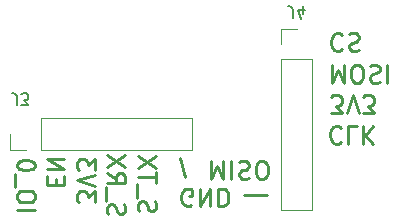
<source format=gbo>
G04 #@! TF.GenerationSoftware,KiCad,Pcbnew,5.1.5+dfsg1-2build2*
G04 #@! TF.CreationDate,2021-12-02T15:55:02+01:00*
G04 #@! TF.ProjectId,Daugter_board,44617567-7465-4725-9f62-6f6172642e6b,rev?*
G04 #@! TF.SameCoordinates,Original*
G04 #@! TF.FileFunction,Legend,Bot*
G04 #@! TF.FilePolarity,Positive*
%FSLAX46Y46*%
G04 Gerber Fmt 4.6, Leading zero omitted, Abs format (unit mm)*
G04 Created by KiCad (PCBNEW 5.1.5+dfsg1-2build2) date 2021-12-02 15:55:02*
%MOMM*%
%LPD*%
G04 APERTURE LIST*
%ADD10C,0.250000*%
%ADD11C,0.120000*%
%ADD12C,0.150000*%
%ADD13C,0.100726*%
%ADD14O,1.802000X1.802000*%
%ADD15R,1.802000X1.802000*%
%ADD16O,1.102000X1.702000*%
%ADD17C,0.752000*%
%ADD18O,1.102000X2.202000*%
G04 APERTURE END LIST*
D10*
X158150000Y-103134285D02*
X158078571Y-103062857D01*
X157864285Y-102991428D01*
X157721428Y-102991428D01*
X157507142Y-103062857D01*
X157364285Y-103205714D01*
X157292857Y-103348571D01*
X157221428Y-103634285D01*
X157221428Y-103848571D01*
X157292857Y-104134285D01*
X157364285Y-104277142D01*
X157507142Y-104420000D01*
X157721428Y-104491428D01*
X157864285Y-104491428D01*
X158078571Y-104420000D01*
X158150000Y-104348571D01*
X158721428Y-103062857D02*
X158935714Y-102991428D01*
X159292857Y-102991428D01*
X159435714Y-103062857D01*
X159507142Y-103134285D01*
X159578571Y-103277142D01*
X159578571Y-103420000D01*
X159507142Y-103562857D01*
X159435714Y-103634285D01*
X159292857Y-103705714D01*
X159007142Y-103777142D01*
X158864285Y-103848571D01*
X158792857Y-103920000D01*
X158721428Y-104062857D01*
X158721428Y-104205714D01*
X158792857Y-104348571D01*
X158864285Y-104420000D01*
X159007142Y-104491428D01*
X159364285Y-104491428D01*
X159578571Y-104420000D01*
X157272857Y-105651428D02*
X157272857Y-107151428D01*
X157772857Y-106080000D01*
X158272857Y-107151428D01*
X158272857Y-105651428D01*
X159272857Y-107151428D02*
X159558571Y-107151428D01*
X159701428Y-107080000D01*
X159844285Y-106937142D01*
X159915714Y-106651428D01*
X159915714Y-106151428D01*
X159844285Y-105865714D01*
X159701428Y-105722857D01*
X159558571Y-105651428D01*
X159272857Y-105651428D01*
X159130000Y-105722857D01*
X158987142Y-105865714D01*
X158915714Y-106151428D01*
X158915714Y-106651428D01*
X158987142Y-106937142D01*
X159130000Y-107080000D01*
X159272857Y-107151428D01*
X160487142Y-105722857D02*
X160701428Y-105651428D01*
X161058571Y-105651428D01*
X161201428Y-105722857D01*
X161272857Y-105794285D01*
X161344285Y-105937142D01*
X161344285Y-106080000D01*
X161272857Y-106222857D01*
X161201428Y-106294285D01*
X161058571Y-106365714D01*
X160772857Y-106437142D01*
X160630000Y-106508571D01*
X160558571Y-106580000D01*
X160487142Y-106722857D01*
X160487142Y-106865714D01*
X160558571Y-107008571D01*
X160630000Y-107080000D01*
X160772857Y-107151428D01*
X161130000Y-107151428D01*
X161344285Y-107080000D01*
X161987142Y-105651428D02*
X161987142Y-107151428D01*
X157192857Y-109701428D02*
X158121428Y-109701428D01*
X157621428Y-109130000D01*
X157835714Y-109130000D01*
X157978571Y-109058571D01*
X158050000Y-108987142D01*
X158121428Y-108844285D01*
X158121428Y-108487142D01*
X158050000Y-108344285D01*
X157978571Y-108272857D01*
X157835714Y-108201428D01*
X157407142Y-108201428D01*
X157264285Y-108272857D01*
X157192857Y-108344285D01*
X158550000Y-109701428D02*
X159050000Y-108201428D01*
X159550000Y-109701428D01*
X159907142Y-109701428D02*
X160835714Y-109701428D01*
X160335714Y-109130000D01*
X160550000Y-109130000D01*
X160692857Y-109058571D01*
X160764285Y-108987142D01*
X160835714Y-108844285D01*
X160835714Y-108487142D01*
X160764285Y-108344285D01*
X160692857Y-108272857D01*
X160550000Y-108201428D01*
X160121428Y-108201428D01*
X159978571Y-108272857D01*
X159907142Y-108344285D01*
X158047142Y-110964285D02*
X157975714Y-110892857D01*
X157761428Y-110821428D01*
X157618571Y-110821428D01*
X157404285Y-110892857D01*
X157261428Y-111035714D01*
X157190000Y-111178571D01*
X157118571Y-111464285D01*
X157118571Y-111678571D01*
X157190000Y-111964285D01*
X157261428Y-112107142D01*
X157404285Y-112250000D01*
X157618571Y-112321428D01*
X157761428Y-112321428D01*
X157975714Y-112250000D01*
X158047142Y-112178571D01*
X159404285Y-110821428D02*
X158690000Y-110821428D01*
X158690000Y-112321428D01*
X159904285Y-110821428D02*
X159904285Y-112321428D01*
X160761428Y-110821428D02*
X160118571Y-111678571D01*
X160761428Y-112321428D02*
X159904285Y-111464285D01*
X147052857Y-113801428D02*
X147052857Y-115301428D01*
X147552857Y-114230000D01*
X148052857Y-115301428D01*
X148052857Y-113801428D01*
X148767142Y-113801428D02*
X148767142Y-115301428D01*
X149410000Y-113872857D02*
X149624285Y-113801428D01*
X149981428Y-113801428D01*
X150124285Y-113872857D01*
X150195714Y-113944285D01*
X150267142Y-114087142D01*
X150267142Y-114230000D01*
X150195714Y-114372857D01*
X150124285Y-114444285D01*
X149981428Y-114515714D01*
X149695714Y-114587142D01*
X149552857Y-114658571D01*
X149481428Y-114730000D01*
X149410000Y-114872857D01*
X149410000Y-115015714D01*
X149481428Y-115158571D01*
X149552857Y-115230000D01*
X149695714Y-115301428D01*
X150052857Y-115301428D01*
X150267142Y-115230000D01*
X151195714Y-115301428D02*
X151481428Y-115301428D01*
X151624285Y-115230000D01*
X151767142Y-115087142D01*
X151838571Y-114801428D01*
X151838571Y-114301428D01*
X151767142Y-114015714D01*
X151624285Y-113872857D01*
X151481428Y-113801428D01*
X151195714Y-113801428D01*
X151052857Y-113872857D01*
X150910000Y-114015714D01*
X150838571Y-114301428D01*
X150838571Y-114801428D01*
X150910000Y-115087142D01*
X151052857Y-115230000D01*
X151195714Y-115301428D01*
X149830000Y-116710000D02*
X151770000Y-116710000D01*
X145387142Y-117560000D02*
X145244285Y-117631428D01*
X145030000Y-117631428D01*
X144815714Y-117560000D01*
X144672857Y-117417142D01*
X144601428Y-117274285D01*
X144530000Y-116988571D01*
X144530000Y-116774285D01*
X144601428Y-116488571D01*
X144672857Y-116345714D01*
X144815714Y-116202857D01*
X145030000Y-116131428D01*
X145172857Y-116131428D01*
X145387142Y-116202857D01*
X145458571Y-116274285D01*
X145458571Y-116774285D01*
X145172857Y-116774285D01*
X146101428Y-116131428D02*
X146101428Y-117631428D01*
X146958571Y-116131428D01*
X146958571Y-117631428D01*
X147672857Y-116131428D02*
X147672857Y-117631428D01*
X148030000Y-117631428D01*
X148244285Y-117560000D01*
X148387142Y-117417142D01*
X148458571Y-117274285D01*
X148530000Y-116988571D01*
X148530000Y-116774285D01*
X148458571Y-116488571D01*
X148387142Y-116345714D01*
X148244285Y-116202857D01*
X148030000Y-116131428D01*
X147672857Y-116131428D01*
X144820000Y-115110000D02*
X144400000Y-113520000D01*
X140972857Y-118045714D02*
X140901428Y-117831428D01*
X140901428Y-117474285D01*
X140972857Y-117331428D01*
X141044285Y-117260000D01*
X141187142Y-117188571D01*
X141330000Y-117188571D01*
X141472857Y-117260000D01*
X141544285Y-117331428D01*
X141615714Y-117474285D01*
X141687142Y-117760000D01*
X141758571Y-117902857D01*
X141830000Y-117974285D01*
X141972857Y-118045714D01*
X142115714Y-118045714D01*
X142258571Y-117974285D01*
X142330000Y-117902857D01*
X142401428Y-117760000D01*
X142401428Y-117402857D01*
X142330000Y-117188571D01*
X140758571Y-116902857D02*
X140758571Y-115760000D01*
X142401428Y-115617142D02*
X142401428Y-114760000D01*
X140901428Y-115188571D02*
X142401428Y-115188571D01*
X142401428Y-114402857D02*
X140901428Y-113402857D01*
X142401428Y-113402857D02*
X140901428Y-114402857D01*
X138352857Y-118304285D02*
X138281428Y-118090000D01*
X138281428Y-117732857D01*
X138352857Y-117590000D01*
X138424285Y-117518571D01*
X138567142Y-117447142D01*
X138710000Y-117447142D01*
X138852857Y-117518571D01*
X138924285Y-117590000D01*
X138995714Y-117732857D01*
X139067142Y-118018571D01*
X139138571Y-118161428D01*
X139210000Y-118232857D01*
X139352857Y-118304285D01*
X139495714Y-118304285D01*
X139638571Y-118232857D01*
X139710000Y-118161428D01*
X139781428Y-118018571D01*
X139781428Y-117661428D01*
X139710000Y-117447142D01*
X138138571Y-117161428D02*
X138138571Y-116018571D01*
X138281428Y-114804285D02*
X138995714Y-115304285D01*
X138281428Y-115661428D02*
X139781428Y-115661428D01*
X139781428Y-115090000D01*
X139710000Y-114947142D01*
X139638571Y-114875714D01*
X139495714Y-114804285D01*
X139281428Y-114804285D01*
X139138571Y-114875714D01*
X139067142Y-114947142D01*
X138995714Y-115090000D01*
X138995714Y-115661428D01*
X139781428Y-114304285D02*
X138281428Y-113304285D01*
X139781428Y-113304285D02*
X138281428Y-114304285D01*
X137191428Y-117297142D02*
X137191428Y-116368571D01*
X136620000Y-116868571D01*
X136620000Y-116654285D01*
X136548571Y-116511428D01*
X136477142Y-116440000D01*
X136334285Y-116368571D01*
X135977142Y-116368571D01*
X135834285Y-116440000D01*
X135762857Y-116511428D01*
X135691428Y-116654285D01*
X135691428Y-117082857D01*
X135762857Y-117225714D01*
X135834285Y-117297142D01*
X137191428Y-115940000D02*
X135691428Y-115440000D01*
X137191428Y-114940000D01*
X137191428Y-114582857D02*
X137191428Y-113654285D01*
X136620000Y-114154285D01*
X136620000Y-113940000D01*
X136548571Y-113797142D01*
X136477142Y-113725714D01*
X136334285Y-113654285D01*
X135977142Y-113654285D01*
X135834285Y-113725714D01*
X135762857Y-113797142D01*
X135691428Y-113940000D01*
X135691428Y-114368571D01*
X135762857Y-114511428D01*
X135834285Y-114582857D01*
X133927142Y-115817142D02*
X133927142Y-115317142D01*
X133141428Y-115102857D02*
X133141428Y-115817142D01*
X134641428Y-115817142D01*
X134641428Y-115102857D01*
X133141428Y-114460000D02*
X134641428Y-114460000D01*
X133141428Y-113602857D01*
X134641428Y-113602857D01*
X130631428Y-117941428D02*
X132131428Y-117941428D01*
X132131428Y-116941428D02*
X132131428Y-116655714D01*
X132060000Y-116512857D01*
X131917142Y-116370000D01*
X131631428Y-116298571D01*
X131131428Y-116298571D01*
X130845714Y-116370000D01*
X130702857Y-116512857D01*
X130631428Y-116655714D01*
X130631428Y-116941428D01*
X130702857Y-117084285D01*
X130845714Y-117227142D01*
X131131428Y-117298571D01*
X131631428Y-117298571D01*
X131917142Y-117227142D01*
X132060000Y-117084285D01*
X132131428Y-116941428D01*
X130488571Y-116012857D02*
X130488571Y-114870000D01*
X132131428Y-114227142D02*
X132131428Y-114084285D01*
X132060000Y-113941428D01*
X131988571Y-113870000D01*
X131845714Y-113798571D01*
X131560000Y-113727142D01*
X131202857Y-113727142D01*
X130917142Y-113798571D01*
X130774285Y-113870000D01*
X130702857Y-113941428D01*
X130631428Y-114084285D01*
X130631428Y-114227142D01*
X130702857Y-114370000D01*
X130774285Y-114441428D01*
X130917142Y-114512857D01*
X131202857Y-114584285D01*
X131560000Y-114584285D01*
X131845714Y-114512857D01*
X131988571Y-114441428D01*
X132060000Y-114370000D01*
X132131428Y-114227142D01*
D11*
X154310000Y-102580000D02*
X152980000Y-102580000D01*
X152980000Y-102580000D02*
X152980000Y-103910000D01*
X152980000Y-105180000D02*
X152980000Y-117940000D01*
X155640000Y-117940000D02*
X152980000Y-117940000D01*
X155640000Y-105180000D02*
X155640000Y-117940000D01*
X155640000Y-105180000D02*
X152980000Y-105180000D01*
X130050000Y-111500000D02*
X130050000Y-112830000D01*
X130050000Y-112830000D02*
X131380000Y-112830000D01*
X132650000Y-112830000D02*
X145410000Y-112830000D01*
X145410000Y-110170000D02*
X145410000Y-112830000D01*
X132650000Y-110170000D02*
X145410000Y-110170000D01*
X132650000Y-110170000D02*
X132650000Y-112830000D01*
D12*
X153976666Y-101687619D02*
X153976666Y-100973333D01*
X153929047Y-100830476D01*
X153833809Y-100735238D01*
X153690952Y-100687619D01*
X153595714Y-100687619D01*
X154881428Y-101354285D02*
X154881428Y-100687619D01*
X154643333Y-101735238D02*
X154405238Y-101020952D01*
X155024285Y-101020952D01*
X130586666Y-109037619D02*
X130586666Y-108323333D01*
X130539047Y-108180476D01*
X130443809Y-108085238D01*
X130300952Y-108037619D01*
X130205714Y-108037619D01*
X130967619Y-109037619D02*
X131586666Y-109037619D01*
X131253333Y-108656666D01*
X131396190Y-108656666D01*
X131491428Y-108609047D01*
X131539047Y-108561428D01*
X131586666Y-108466190D01*
X131586666Y-108228095D01*
X131539047Y-108132857D01*
X131491428Y-108085238D01*
X131396190Y-108037619D01*
X131110476Y-108037619D01*
X131015238Y-108085238D01*
X130967619Y-108132857D01*
%LPC*%
D13*
G36*
X144153299Y-97699419D02*
G01*
X144153299Y-108159637D01*
X151330036Y-108159637D01*
X151330036Y-97699419D01*
X144153299Y-97699419D01*
G37*
X144153299Y-97699419D02*
X144153299Y-108159637D01*
X151330036Y-108159637D01*
X151330036Y-97699419D01*
X144153299Y-97699419D01*
D14*
X154310000Y-116610000D03*
X154310000Y-114070000D03*
X154310000Y-111530000D03*
X154310000Y-108990000D03*
X154310000Y-106450000D03*
D15*
X154310000Y-103910000D03*
D14*
X144080000Y-111500000D03*
X141540000Y-111500000D03*
X139000000Y-111500000D03*
X136460000Y-111500000D03*
X133920000Y-111500000D03*
D15*
X131380000Y-111500000D03*
D16*
X137100000Y-86905000D03*
D17*
X138530000Y-90555000D03*
D16*
X145740000Y-86905000D03*
D17*
X144310000Y-90555000D03*
D18*
X145740000Y-91085000D03*
X137100000Y-91085000D03*
M02*

</source>
